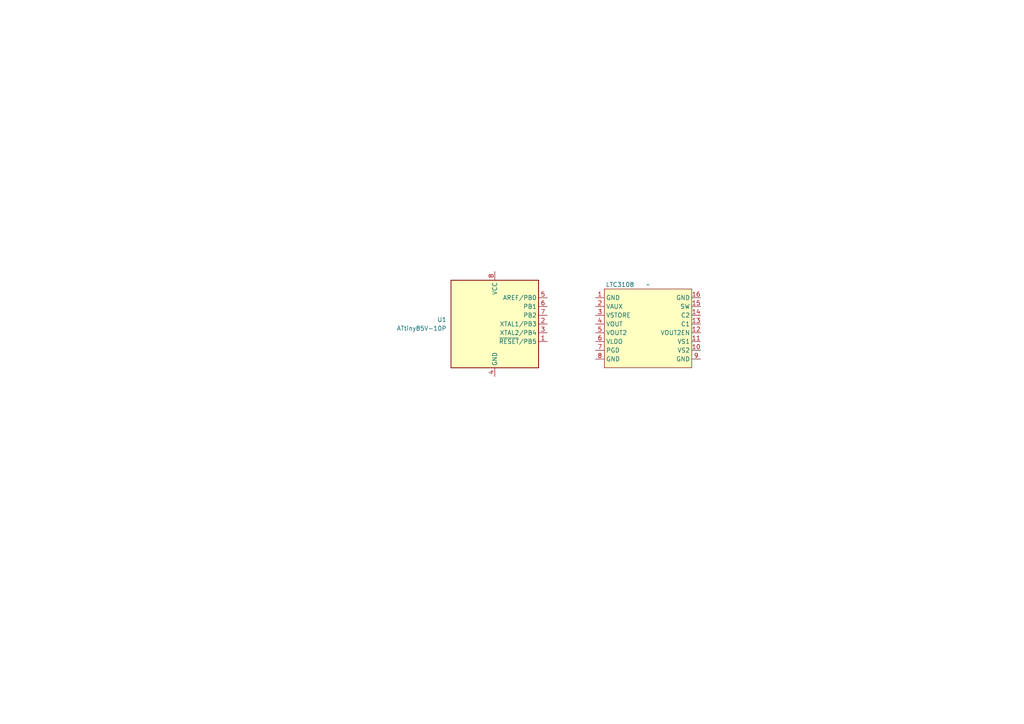
<source format=kicad_sch>
(kicad_sch (version 20231120) (generator "eeschema") (generator_version "8.0")
  (paper "A4")
  (lib_symbols
    (symbol "MCU_Microchip_ATtiny:ATtiny85V-10P"
      (property "Reference" "U" (at -12.7 13.97 0))
      (property "Value" "ATtiny85V-10P" (at 2.54 -13.97 0))
      (symbol "ATtiny85V-10P_0_1"
        (rectangle (start -12.7 -12.7) (end 12.7 12.7) (stroke (width 0.254)) (fill (type background)))
      )
      (symbol "ATtiny85V-10P_1_1"
        (pin bidirectional line (at 15.24 -5.08 180) (length 2.54) (name "~{RESET}/PB5") (number "1"))
        (pin bidirectional line (at 15.24 0 180) (length 2.54) (name "XTAL1/PB3") (number "2"))
        (pin bidirectional line (at 15.24 -2.54 180) (length 2.54) (name "XTAL2/PB4") (number "3"))
        (pin power_in line (at 0 -15.24 90) (length 2.54) (name "GND") (number "4"))
        (pin bidirectional line (at 15.24 7.62 180) (length 2.54) (name "AREF/PB0") (number "5"))
        (pin bidirectional line (at 15.24 5.08 180) (length 2.54) (name "PB1") (number "6"))
        (pin bidirectional line (at 15.24 2.54 180) (length 2.54) (name "PB2") (number "7"))
        (pin power_in line (at 0 15.24 270) (length 2.54) (name "VCC") (number "8"))
      )
    )
    (symbol "energy_harvesting:LTC3108"
      (property "Reference" "LTC3108" (at 0 0 0))
      (symbol "LTC3108_1_1"
        (rectangle (start 0 -1.27) (end 25.4 -24.13) (fill (type background)))
        (pin power_in line (at -2.54 -3.81 0) (length 2.54) (name "GND") (number "1"))
        (pin power_in line (at 27.94 -19.05 180) (length 2.54) (name "VS2") (number "10"))
        (pin power_in line (at 27.94 -16.51 180) (length 2.54) (name "VS1") (number "11"))
        (pin power_in line (at 27.94 -13.97 180) (length 2.54) (name "VOUT2EN") (number "12"))
        (pin power_in line (at 27.94 -11.43 180) (length 2.54) (name "C1") (number "13"))
        (pin power_in line (at 27.94 -8.89 180) (length 2.54) (name "C2") (number "14"))
        (pin power_in line (at 27.94 -6.35 180) (length 2.54) (name "SW") (number "15"))
        (pin power_in line (at 27.94 -3.81 180) (length 2.54) (name "GND") (number "16"))
        (pin power_in line (at -2.54 -6.35 0) (length 2.54) (name "VAUX") (number "2"))
        (pin power_in line (at -2.54 -8.89 0) (length 2.54) (name "VSTORE") (number "3"))
        (pin power_out line (at -2.54 -11.43 0) (length 2.54) (name "VOUT") (number "4"))
        (pin power_out line (at -2.54 -13.97 0) (length 2.54) (name "VOUT2") (number "5"))
        (pin power_out line (at -2.54 -16.51 0) (length 2.54) (name "VLDO") (number "6"))
        (pin output line (at -2.54 -19.05 0) (length 2.54) (name "PGD") (number "7"))
        (pin power_in line (at -2.54 -21.59 0) (length 2.54) (name "GND") (number "8"))
        (pin power_in line (at 27.94 -21.59 180) (length 2.54) (name "GND") (number "9"))
      )
    )
  )
  (symbol (lib_id "energy_harvesting:LTC3108") (at 175.26 82.55 0) (unit 1)
    (property "Reference" "LTC3108" (at 179.832 82.55 0))
    (property "Value" "~" (at 187.96 82.55 0))
  )
  (symbol (lib_id "MCU_Microchip_ATtiny:ATtiny85V-10P") (at 143.51 93.98 0) (unit 1)
    (property "Reference" "U1" (at 129.54 92.7099 0) (effects (justify right)))
    (property "Value" "ATtiny85V-10P" (at 129.54 95.2499 0) (effects (justify right)))
    (property "Footprint" "Package_DIP:DIP-8_W7.62mm" (effects (hide yes)))
    (property "Datasheet" "http://ww1.microchip.com/downloads/en/DeviceDoc/atmel-2586-avr-8-bit-microcontroller-attiny25-attiny45-attiny85_datasheet.pdf" (effects (hide yes)))
    (property "Description" "10MHz, 8kB Flash, 512B SRAM, 512B EEPROM, debugWIRE, DIP-8" (effects (hide yes)))
  )
)
</source>
